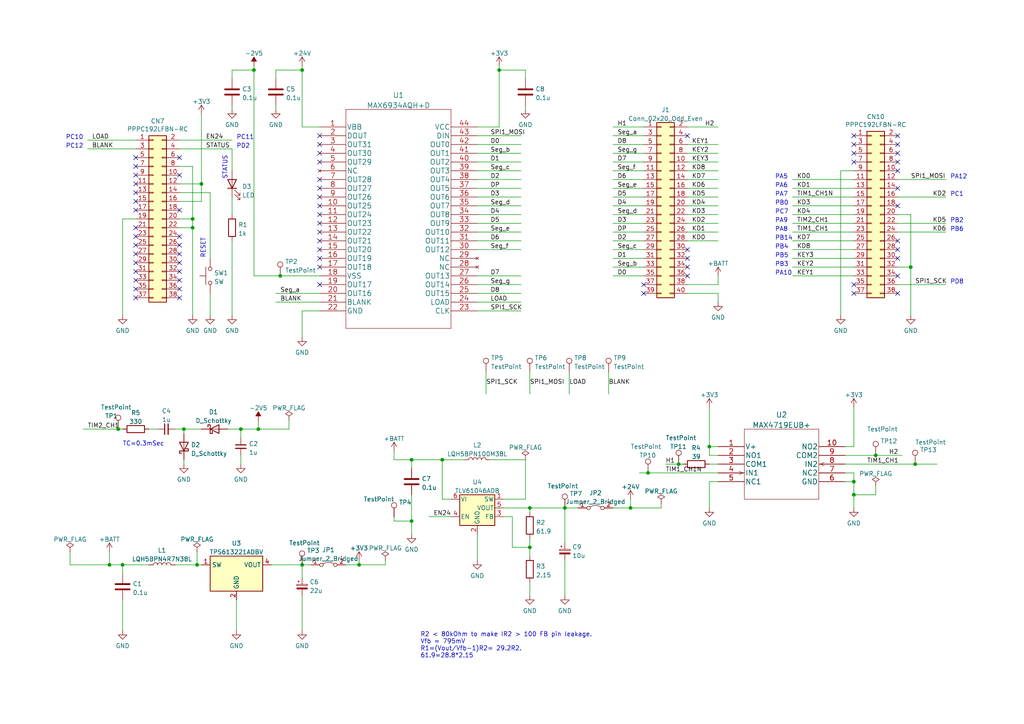
<source format=kicad_sch>
(kicad_sch (version 20211123) (generator eeschema)
  (paper "A4")
  (title_block (title "AKASHI-11") (date "2022-10-10") (rev "v1.0.0") (comment 1 "EL-210 mod prototype for Nulceo G0B1RE"))
  (junction (at 163.83 147.32))
  (junction (at 31.75 163.83))
  (junction (at 55.88 66.04))
  (junction (at 182.88 147.32))
  (junction (at 144.78 20.32))
  (junction (at 128.27 133.35))
  (junction (at 196.85 134.62))
  (junction (at 55.88 63.5))
  (junction (at 57.15 163.83))
  (junction (at 87.63 20.32))
  (junction (at 58.42 53.34))
  (junction (at 73.66 20.32))
  (junction (at 81.28 80.01))
  (junction (at 69.85 124.46))
  (junction (at 254 132.08))
  (junction (at 53.34 124.46))
  (junction (at 187.96 137.16))
  (junction (at 205.74 129.54))
  (junction (at 104.14 163.83))
  (junction (at 87.63 163.83))
  (junction (at 247.65 139.7))
  (junction (at 119.38 133.35))
  (junction (at 74.93 124.46))
  (junction (at 153.67 147.32))
  (junction (at 153.67 158.75))
  (junction (at 247.65 143.51))
  (junction (at 265.43 134.62))
  (junction (at 119.38 151.13))
  (junction (at 34.29 124.46))
  (junction (at 35.56 163.83))
  (junction (at 264.16 77.47))
  (no_connect (at 260.35 39.37))
  (no_connect (at 260.35 41.91))
  (no_connect (at 247.65 41.91))
  (no_connect (at 247.65 39.37))
  (no_connect (at 247.65 44.45))
  (no_connect (at 247.65 46.99))
  (no_connect (at 260.35 85.09))
  (no_connect (at 247.65 85.09))
  (no_connect (at 247.65 82.55))
  (no_connect (at 52.07 71.12))
  (no_connect (at 52.07 73.66))
  (no_connect (at 52.07 76.2))
  (no_connect (at 52.07 78.74))
  (no_connect (at 52.07 81.28))
  (no_connect (at 52.07 45.72))
  (no_connect (at 52.07 50.8))
  (no_connect (at 52.07 60.96))
  (no_connect (at 52.07 68.58))
  (no_connect (at 52.07 83.82))
  (no_connect (at 52.07 86.36))
  (no_connect (at 260.35 44.45))
  (no_connect (at 260.35 46.99))
  (no_connect (at 260.35 80.01))
  (no_connect (at 92.71 67.31))
  (no_connect (at 92.71 64.77))
  (no_connect (at 92.71 62.23))
  (no_connect (at 92.71 59.69))
  (no_connect (at 92.71 57.15))
  (no_connect (at 92.71 54.61))
  (no_connect (at 92.71 52.07))
  (no_connect (at 92.71 46.99))
  (no_connect (at 92.71 44.45))
  (no_connect (at 92.71 41.91))
  (no_connect (at 92.71 39.37))
  (no_connect (at 199.39 39.37))
  (no_connect (at 199.39 72.39))
  (no_connect (at 199.39 74.93))
  (no_connect (at 199.39 77.47))
  (no_connect (at 199.39 80.01))
  (no_connect (at 186.69 85.09))
  (no_connect (at 39.37 45.72))
  (no_connect (at 39.37 48.26))
  (no_connect (at 39.37 50.8))
  (no_connect (at 39.37 66.04))
  (no_connect (at 39.37 60.96))
  (no_connect (at 39.37 58.42))
  (no_connect (at 39.37 55.88))
  (no_connect (at 39.37 53.34))
  (no_connect (at 39.37 86.36))
  (no_connect (at 39.37 83.82))
  (no_connect (at 39.37 81.28))
  (no_connect (at 39.37 78.74))
  (no_connect (at 39.37 76.2))
  (no_connect (at 39.37 73.66))
  (no_connect (at 39.37 71.12))
  (no_connect (at 39.37 68.58))
  (no_connect (at 186.69 82.55))
  (no_connect (at 260.35 49.53))
  (no_connect (at 260.35 54.61))
  (no_connect (at 260.35 59.69))
  (no_connect (at 260.35 72.39))
  (no_connect (at 260.35 74.93))
  (no_connect (at 260.35 69.85))
  (no_connect (at 92.71 72.39))
  (no_connect (at 92.71 82.55))
  (no_connect (at 92.71 77.47))
  (no_connect (at 92.71 74.93))
  (no_connect (at 92.71 69.85))
  (wire (pts (xy 83.82 121.92) (xy 83.82 124.46)))
  (wire (pts (xy 260.35 77.47) (xy 264.16 77.47)))
  (wire (pts (xy 247.65 49.53) (xy 243.84 49.53)))
  (wire (pts (xy 74.93 124.46) (xy 69.85 124.46)))
  (wire (pts (xy 80.01 20.32) (xy 87.63 20.32)))
  (wire (pts (xy 92.71 36.83) (xy 87.63 36.83)))
  (wire (pts (xy 199.39 64.77) (xy 208.28 64.77)))
  (wire (pts (xy 52.07 43.18) (xy 67.31 43.18)))
  (wire (pts (xy 245.11 129.54) (xy 247.65 129.54)))
  (wire (pts (xy 78.74 163.83) (xy 87.63 163.83)))
  (wire (pts (xy 229.87 72.39) (xy 247.65 72.39)))
  (wire (pts (xy 55.88 91.44) (xy 55.88 66.04)))
  (wire (pts (xy 199.39 46.99) (xy 208.28 46.99)))
  (wire (pts (xy 177.8 64.77) (xy 186.69 64.77)))
  (wire (pts (xy 247.65 139.7) (xy 247.65 143.51)))
  (wire (pts (xy 146.05 149.86) (xy 148.59 149.86)))
  (wire (pts (xy 67.31 57.15) (xy 67.31 62.23)))
  (wire (pts (xy 243.84 49.53) (xy 243.84 91.44)))
  (wire (pts (xy 177.8 59.69) (xy 186.69 59.69)))
  (wire (pts (xy 153.67 148.59) (xy 153.67 147.32)))
  (wire (pts (xy 52.07 58.42) (xy 58.42 58.42)))
  (wire (pts (xy 229.87 80.01) (xy 247.65 80.01)))
  (wire (pts (xy 69.85 124.46) (xy 69.85 127)))
  (wire (pts (xy 50.8 124.46) (xy 53.34 124.46)))
  (wire (pts (xy 138.43 72.39) (xy 151.13 72.39)))
  (wire (pts (xy 138.43 64.77) (xy 151.13 64.77)))
  (wire (pts (xy 138.43 57.15) (xy 151.13 57.15)))
  (wire (pts (xy 247.65 137.16) (xy 247.65 139.7)))
  (wire (pts (xy 67.31 20.32) (xy 73.66 20.32)))
  (wire (pts (xy 153.67 156.21) (xy 153.67 158.75)))
  (wire (pts (xy 138.43 62.23) (xy 151.13 62.23)))
  (wire (pts (xy 104.14 162.56) (xy 104.14 163.83)))
  (wire (pts (xy 254 132.08) (xy 261.62 132.08)))
  (wire (pts (xy 187.96 137.16) (xy 208.28 137.16)))
  (wire (pts (xy 247.65 143.51) (xy 247.65 147.32)))
  (wire (pts (xy 119.38 133.35) (xy 119.38 135.89)))
  (wire (pts (xy 138.43 39.37) (xy 151.13 39.37)))
  (wire (pts (xy 67.31 43.18) (xy 67.31 49.53)))
  (wire (pts (xy 245.11 134.62) (xy 265.43 134.62)))
  (wire (pts (xy 52.07 63.5) (xy 55.88 63.5)))
  (wire (pts (xy 208.28 85.09) (xy 208.28 87.63)))
  (wire (pts (xy 260.35 52.07) (xy 274.32 52.07)))
  (wire (pts (xy 80.01 87.63) (xy 92.71 87.63)))
  (wire (pts (xy 81.28 80.01) (xy 92.71 80.01)))
  (wire (pts (xy 67.31 22.86) (xy 67.31 20.32)))
  (wire (pts (xy 196.85 134.62) (xy 198.12 134.62)))
  (wire (pts (xy 229.87 64.77) (xy 247.65 64.77)))
  (wire (pts (xy 153.67 147.32) (xy 146.05 147.32)))
  (wire (pts (xy 229.87 54.61) (xy 247.65 54.61)))
  (wire (pts (xy 138.43 49.53) (xy 151.13 49.53)))
  (wire (pts (xy 73.66 19.05) (xy 73.66 20.32)))
  (wire (pts (xy 177.8 72.39) (xy 186.69 72.39)))
  (wire (pts (xy 185.42 137.16) (xy 187.96 137.16)))
  (wire (pts (xy 87.63 163.83) (xy 87.63 167.64)))
  (wire (pts (xy 138.43 36.83) (xy 144.78 36.83)))
  (wire (pts (xy 138.43 80.01) (xy 151.13 80.01)))
  (wire (pts (xy 69.85 132.08) (xy 69.85 134.62)))
  (wire (pts (xy 138.43 44.45) (xy 151.13 44.45)))
  (wire (pts (xy 152.4 30.48) (xy 152.4 31.75)))
  (wire (pts (xy 199.39 59.69) (xy 208.28 59.69)))
  (wire (pts (xy 152.4 144.78) (xy 146.05 144.78)))
  (wire (pts (xy 68.58 173.99) (xy 68.58 182.88)))
  (wire (pts (xy 114.3 130.81) (xy 114.3 133.35)))
  (wire (pts (xy 74.93 121.92) (xy 74.93 124.46)))
  (wire (pts (xy 100.33 163.83) (xy 104.14 163.83)))
  (wire (pts (xy 87.63 172.72) (xy 87.63 182.88)))
  (wire (pts (xy 144.78 19.05) (xy 144.78 20.32)))
  (wire (pts (xy 177.8 54.61) (xy 186.69 54.61)))
  (wire (pts (xy 199.39 62.23) (xy 208.28 62.23)))
  (wire (pts (xy 229.87 77.47) (xy 247.65 77.47)))
  (wire (pts (xy 20.32 163.83) (xy 31.75 163.83)))
  (wire (pts (xy 73.66 20.32) (xy 73.66 80.01)))
  (wire (pts (xy 138.43 69.85) (xy 151.13 69.85)))
  (wire (pts (xy 177.8 62.23) (xy 186.69 62.23)))
  (wire (pts (xy 153.67 168.91) (xy 153.67 172.72)))
  (wire (pts (xy 138.43 67.31) (xy 151.13 67.31)))
  (wire (pts (xy 182.88 147.32) (xy 191.77 147.32)))
  (wire (pts (xy 245.11 132.08) (xy 254 132.08)))
  (wire (pts (xy 229.87 74.93) (xy 247.65 74.93)))
  (wire (pts (xy 130.81 144.78) (xy 128.27 144.78)))
  (wire (pts (xy 177.8 67.31) (xy 186.69 67.31)))
  (wire (pts (xy 35.56 173.99) (xy 35.56 182.88)))
  (wire (pts (xy 114.3 151.13) (xy 119.38 151.13)))
  (wire (pts (xy 52.07 48.26) (xy 55.88 48.26)))
  (wire (pts (xy 55.88 66.04) (xy 52.07 66.04)))
  (wire (pts (xy 199.39 85.09) (xy 208.28 85.09)))
  (wire (pts (xy 177.8 69.85) (xy 186.69 69.85)))
  (wire (pts (xy 177.8 57.15) (xy 186.69 57.15)))
  (wire (pts (xy 199.39 82.55) (xy 208.28 82.55)))
  (wire (pts (xy 60.96 55.88) (xy 60.96 74.93)))
  (wire (pts (xy 199.39 41.91) (xy 208.28 41.91)))
  (wire (pts (xy 163.83 147.32) (xy 167.64 147.32)))
  (wire (pts (xy 148.59 158.75) (xy 153.67 158.75)))
  (wire (pts (xy 177.8 49.53) (xy 186.69 49.53)))
  (wire (pts (xy 177.8 52.07) (xy 186.69 52.07)))
  (wire (pts (xy 264.16 77.47) (xy 264.16 91.44)))
  (wire (pts (xy 208.28 129.54) (xy 205.74 129.54)))
  (wire (pts (xy 138.43 87.63) (xy 151.13 87.63)))
  (wire (pts (xy 177.8 46.99) (xy 186.69 46.99)))
  (wire (pts (xy 163.83 162.56) (xy 163.83 172.72)))
  (wire (pts (xy 57.15 160.02) (xy 57.15 163.83)))
  (wire (pts (xy 260.35 67.31) (xy 274.32 67.31)))
  (wire (pts (xy 265.43 134.62) (xy 271.78 134.62)))
  (wire (pts (xy 205.74 139.7) (xy 205.74 147.32)))
  (wire (pts (xy 69.85 124.46) (xy 66.04 124.46)))
  (wire (pts (xy 254 143.51) (xy 247.65 143.51)))
  (wire (pts (xy 229.87 69.85) (xy 247.65 69.85)))
  (wire (pts (xy 177.8 44.45) (xy 186.69 44.45)))
  (wire (pts (xy 229.87 67.31) (xy 247.65 67.31)))
  (wire (pts (xy 50.8 163.83) (xy 57.15 163.83)))
  (wire (pts (xy 153.67 107.95) (xy 153.67 114.3)))
  (wire (pts (xy 177.8 147.32) (xy 182.88 147.32)))
  (wire (pts (xy 34.29 124.46) (xy 35.56 124.46)))
  (wire (pts (xy 67.31 30.48) (xy 67.31 31.75)))
  (wire (pts (xy 205.74 118.11) (xy 205.74 129.54)))
  (wire (pts (xy 148.59 149.86) (xy 148.59 158.75)))
  (wire (pts (xy 193.04 134.62) (xy 196.85 134.62)))
  (wire (pts (xy 153.67 158.75) (xy 153.67 161.29)))
  (wire (pts (xy 144.78 20.32) (xy 144.78 36.83)))
  (wire (pts (xy 119.38 143.51) (xy 119.38 151.13)))
  (wire (pts (xy 53.34 124.46) (xy 53.34 125.73)))
  (wire (pts (xy 208.28 80.01) (xy 208.28 82.55)))
  (wire (pts (xy 39.37 63.5) (xy 35.56 63.5)))
  (wire (pts (xy 80.01 22.86) (xy 80.01 20.32)))
  (wire (pts (xy 35.56 163.83) (xy 35.56 166.37)))
  (wire (pts (xy 58.42 53.34) (xy 58.42 58.42)))
  (wire (pts (xy 57.15 163.83) (xy 58.42 163.83)))
  (wire (pts (xy 124.46 149.86) (xy 130.81 149.86)))
  (wire (pts (xy 87.63 163.83) (xy 90.17 163.83)))
  (wire (pts (xy 176.53 107.95) (xy 176.53 114.3)))
  (wire (pts (xy 35.56 63.5) (xy 35.56 91.44)))
  (wire (pts (xy 177.8 41.91) (xy 186.69 41.91)))
  (wire (pts (xy 199.39 57.15) (xy 208.28 57.15)))
  (wire (pts (xy 260.35 57.15) (xy 274.32 57.15)))
  (wire (pts (xy 254 140.97) (xy 254 143.51)))
  (wire (pts (xy 67.31 69.85) (xy 67.31 91.44)))
  (wire (pts (xy 165.1 107.95) (xy 165.1 114.3)))
  (wire (pts (xy 140.97 107.95) (xy 140.97 114.3)))
  (wire (pts (xy 24.13 124.46) (xy 34.29 124.46)))
  (wire (pts (xy 199.39 49.53) (xy 208.28 49.53)))
  (wire (pts (xy 20.32 160.02) (xy 20.32 163.83)))
  (wire (pts (xy 138.43 82.55) (xy 151.13 82.55)))
  (wire (pts (xy 138.43 41.91) (xy 151.13 41.91)))
  (wire (pts (xy 199.39 52.07) (xy 208.28 52.07)))
  (wire (pts (xy 128.27 133.35) (xy 134.62 133.35)))
  (wire (pts (xy 52.07 55.88) (xy 60.96 55.88)))
  (wire (pts (xy 119.38 151.13) (xy 119.38 154.94)))
  (wire (pts (xy 205.74 132.08) (xy 205.74 129.54)))
  (wire (pts (xy 199.39 54.61) (xy 208.28 54.61)))
  (wire (pts (xy 152.4 20.32) (xy 144.78 20.32)))
  (wire (pts (xy 138.43 46.99) (xy 151.13 46.99)))
  (wire (pts (xy 55.88 48.26) (xy 55.88 63.5)))
  (wire (pts (xy 73.66 80.01) (xy 81.28 80.01)))
  (wire (pts (xy 80.01 85.09) (xy 92.71 85.09)))
  (wire (pts (xy 182.88 144.78) (xy 182.88 147.32)))
  (wire (pts (xy 53.34 124.46) (xy 58.42 124.46)))
  (wire (pts (xy 138.43 54.61) (xy 151.13 54.61)))
  (wire (pts (xy 163.83 147.32) (xy 163.83 157.48)))
  (wire (pts (xy 260.35 62.23) (xy 264.16 62.23)))
  (wire (pts (xy 177.8 36.83) (xy 186.69 36.83)))
  (wire (pts (xy 87.63 20.32) (xy 87.63 36.83)))
  (wire (pts (xy 138.43 90.17) (xy 151.13 90.17)))
  (wire (pts (xy 245.11 139.7) (xy 247.65 139.7)))
  (wire (pts (xy 25.4 43.18) (xy 39.37 43.18)))
  (wire (pts (xy 199.39 69.85) (xy 208.28 69.85)))
  (wire (pts (xy 104.14 163.83) (xy 111.76 163.83)))
  (wire (pts (xy 264.16 62.23) (xy 264.16 77.47)))
  (wire (pts (xy 142.24 133.35) (xy 152.4 133.35)))
  (wire (pts (xy 229.87 62.23) (xy 247.65 62.23)))
  (wire (pts (xy 83.82 124.46) (xy 74.93 124.46)))
  (wire (pts (xy 199.39 44.45) (xy 208.28 44.45)))
  (wire (pts (xy 229.87 52.07) (xy 247.65 52.07)))
  (wire (pts (xy 208.28 139.7) (xy 205.74 139.7)))
  (wire (pts (xy 52.07 40.64) (xy 67.31 40.64)))
  (wire (pts (xy 58.42 33.02) (xy 58.42 53.34)))
  (wire (pts (xy 177.8 77.47) (xy 186.69 77.47)))
  (wire (pts (xy 245.11 137.16) (xy 247.65 137.16)))
  (wire (pts (xy 111.76 162.56) (xy 111.76 163.83)))
  (wire (pts (xy 31.75 163.83) (xy 35.56 163.83)))
  (wire (pts (xy 199.39 36.83) (xy 208.28 36.83)))
  (wire (pts (xy 177.8 39.37) (xy 186.69 39.37)))
  (wire (pts (xy 53.34 133.35) (xy 53.34 134.62)))
  (wire (pts (xy 208.28 134.62) (xy 205.74 134.62)))
  (wire (pts (xy 229.87 59.69) (xy 247.65 59.69)))
  (wire (pts (xy 229.87 57.15) (xy 247.65 57.15)))
  (wire (pts (xy 114.3 133.35) (xy 119.38 133.35)))
  (wire (pts (xy 138.43 59.69) (xy 151.13 59.69)))
  (wire (pts (xy 87.63 19.05) (xy 87.63 20.32)))
  (wire (pts (xy 153.67 147.32) (xy 163.83 147.32)))
  (wire (pts (xy 177.8 80.01) (xy 186.69 80.01)))
  (wire (pts (xy 43.18 124.46) (xy 45.72 124.46)))
  (wire (pts (xy 25.4 40.64) (xy 39.37 40.64)))
  (wire (pts (xy 114.3 149.86) (xy 114.3 151.13)))
  (wire (pts (xy 35.56 163.83) (xy 43.18 163.83)))
  (wire (pts (xy 52.07 53.34) (xy 58.42 53.34)))
  (wire (pts (xy 208.28 132.08) (xy 205.74 132.08)))
  (wire (pts (xy 60.96 85.09) (xy 60.96 91.44)))
  (wire (pts (xy 191.77 146.05) (xy 191.77 147.32)))
  (wire (pts (xy 152.4 133.35) (xy 152.4 144.78)))
  (wire (pts (xy 31.75 160.02) (xy 31.75 163.83)))
  (wire (pts (xy 87.63 90.17) (xy 87.63 97.79)))
  (wire (pts (xy 247.65 118.11) (xy 247.65 129.54)))
  (wire (pts (xy 119.38 133.35) (xy 128.27 133.35)))
  (wire (pts (xy 138.43 85.09) (xy 151.13 85.09)))
  (wire (pts (xy 138.43 154.94) (xy 138.43 162.56)))
  (wire (pts (xy 55.88 63.5) (xy 55.88 66.04)))
  (wire (pts (xy 138.43 52.07) (xy 151.13 52.07)))
  (wire (pts (xy 199.39 67.31) (xy 208.28 67.31)))
  (wire (pts (xy 260.35 64.77) (xy 274.32 64.77)))
  (wire (pts (xy 152.4 22.86) (xy 152.4 20.32)))
  (wire (pts (xy 260.35 82.55) (xy 274.32 82.55)))
  (wire (pts (xy 92.71 90.17) (xy 87.63 90.17)))
  (wire (pts (xy 128.27 144.78) (xy 128.27 133.35)))
  (wire (pts (xy 80.01 30.48) (xy 80.01 31.75)))
  (wire (pts (xy 177.8 74.93) (xy 186.69 74.93)))
  (text "PB6" (at 275.59 67.31 0) (effects (font (size 1.27 1.27)) (justify left bottom)))
  (text "PD8" (at 275.59 82.55 0) (effects (font (size 1.27 1.27)) (justify left bottom)))
  (text "RESET" (at 59.69 74.93 90) (effects (font (size 1.27 1.27)) (justify left bottom)))
  (text "PA9" (at 224.79 64.77 0) (effects (font (size 1.27 1.27)) (justify left bottom)))
  (text "STATUS" (at 66.04 52.07 90) (effects (font (size 1.27 1.27)) (justify left bottom)))
  (text "TC=0.3mSec" (at 35.56 129.54 0) (effects (font (size 1.27 1.27)) (justify left bottom)))
  (text "PC1" (at 275.59 57.15 0) (effects (font (size 1.27 1.27)) (justify left bottom)))
  (text "PB2" (at 275.59 64.77 0) (effects (font (size 1.27 1.27)) (justify left bottom)))
  (text "R2 < 80kOhm to make IR2 > 100 FB pin leakage.\nVfb = 795mV\nR1=(Vout/Vfb-1)R2= 29.2R2.\n61.9=28.8*2.15\n\n" (at 121.92 193.04 0) (effects (font (size 1.27 1.27)) (justify left bottom)))
  (text "PC10" (at 19.05 40.64 0) (effects (font (size 1.27 1.27)) (justify left bottom)))
  (text "PA5" (at 224.79 52.07 0) (effects (font (size 1.27 1.27)) (justify left bottom)))
  (text "PB4" (at 224.79 72.39 0) (effects (font (size 1.27 1.27)) (justify left bottom)))
  (text "PB5" (at 224.79 74.93 0) (effects (font (size 1.27 1.27)) (justify left bottom)))
  (text "PB14" (at 224.79 69.85 0) (effects (font (size 1.27 1.27)) (justify left bottom)))
  (text "PA6" (at 224.79 54.61 0) (effects (font (size 1.27 1.27)) (justify left bottom)))
  (text "PB3" (at 224.79 77.47 0) (effects (font (size 1.27 1.27)) (justify left bottom)))
  (text "PC11" (at 68.58 40.64 0) (effects (font (size 1.27 1.27)) (justify left bottom)))
  (text "PC12" (at 19.05 43.18 0) (effects (font (size 1.27 1.27)) (justify left bottom)))
  (text "PB0" (at 224.79 59.69 0) (effects (font (size 1.27 1.27)) (justify left bottom)))
  (text "PD2" (at 68.58 43.18 0) (effects (font (size 1.27 1.27)) (justify left bottom)))
  (text "PA10" (at 224.79 80.01 0) (effects (font (size 1.27 1.27)) (justify left bottom)))
  (text "PA8" (at 224.79 67.31 0) (effects (font (size 1.27 1.27)) (justify left bottom)))
  (text "PC7" (at 224.79 62.23 0) (effects (font (size 1.27 1.27)) (justify left bottom)))
  (text "PA12" (at 275.59 52.07 0) (effects (font (size 1.27 1.27)) (justify left bottom)))
  (text "PA7" (at 224.79 57.15 0) (effects (font (size 1.27 1.27)) (justify left bottom)))
  (label "TIM1_CH1" (at 251.46 134.62 0))
  (label "DP" (at 142.24 54.61 0))
  (label "TIM2_CH1" (at 25.4 124.46 0))
  (label "D6" (at 179.07 52.07 0))
  (label "TIM1_CH1N" (at 231.14 57.15 0))
  (label "KD6" (at 200.66 54.61 0))
  (label "SPI1_MOSI" (at 153.67 111.76 0))
  (label "KD8" (at 200.66 49.53 0))
  (label "KD2" (at 270.51 57.15 0))
  (label "KEY1" (at 200.66 41.91 0))
  (label "Seg_d" (at 142.24 59.69 0))
  (label "Seg_b" (at 142.24 44.45 0))
  (label "Seg_b" (at 179.07 77.47 0))
  (label "Seg_e" (at 142.24 67.31 0))
  (label "H1" (at 179.07 36.83 0))
  (label "BLANK" (at 81.28 87.63 0))
  (label "H2" (at 257.81 132.08 0))
  (label "D3" (at 179.07 64.77 0))
  (label "KD5" (at 200.66 57.15 0))
  (label "KD1" (at 200.66 67.31 0))
  (label "KD3" (at 200.66 62.23 0))
  (label "STATUS" (at 59.69 43.18 0))
  (label "KEY2" (at 231.14 77.47 0))
  (label "D0" (at 179.07 80.01 0))
  (label "D8" (at 179.07 41.91 0))
  (label "KD3" (at 231.14 59.69 0))
  (label "D7" (at 142.24 80.01 0))
  (label "KD7" (at 231.14 69.85 0))
  (label "D1" (at 142.24 46.99 0))
  (label "D8" (at 142.24 85.09 0))
  (label "KEY3" (at 231.14 74.93 0))
  (label "SPI1_MOSI" (at 264.16 52.07 0))
  (label "Seg_g" (at 179.07 44.45 0))
  (label "D2" (at 142.24 52.07 0))
  (label "EN24" (at 125.73 149.86 0))
  (label "KD4" (at 200.66 59.69 0))
  (label "KEY1" (at 231.14 80.01 0))
  (label "H2" (at 204.47 36.83 0))
  (label "H1" (at 193.04 134.62 0))
  (label "KD0" (at 200.66 69.85 0))
  (label "D6" (at 142.24 69.85 0))
  (label "D7" (at 179.07 46.99 0))
  (label "TIM2_CH1" (at 231.14 64.77 0))
  (label "Seg_g" (at 142.24 82.55 0))
  (label "SPI1_MOSI" (at 142.24 39.37 0))
  (label "KEY3" (at 200.66 46.99 0))
  (label "Seg_f" (at 142.24 72.39 0))
  (label "SPI1_SCK" (at 265.43 82.55 0))
  (label "D4" (at 179.07 59.69 0))
  (label "KD1" (at 231.14 54.61 0))
  (label "Seg_d" (at 179.07 62.23 0))
  (label "KD5" (at 270.51 64.77 0))
  (label "SPI1_SCK" (at 142.24 90.17 0))
  (label "BLANK" (at 26.67 43.18 0))
  (label "KD0" (at 231.14 52.07 0))
  (label "TIM1_CH1N" (at 193.04 137.16 0))
  (label "EN24" (at 59.69 40.64 0))
  (label "Seg_f" (at 179.07 49.53 0))
  (label "TIM1_CH1" (at 231.14 67.31 0))
  (label "LOAD" (at 142.24 87.63 0))
  (label "KD2" (at 200.66 64.77 0))
  (label "KD6" (at 270.51 67.31 0))
  (label "Seg_a" (at 81.28 85.09 0))
  (label "SPI1_SCK" (at 140.97 111.76 0))
  (label "Seg_a" (at 179.07 39.37 0))
  (label "KD7" (at 200.66 52.07 0))
  (label "D2" (at 179.07 69.85 0))
  (label "D4" (at 142.24 62.23 0))
  (label "D5" (at 179.07 57.15 0))
  (label "D1" (at 179.07 74.93 0))
  (label "Seg_c" (at 142.24 49.53 0))
  (label "KEY2" (at 200.66 44.45 0))
  (label "Seg_e" (at 179.07 54.61 0))
  (label "DP" (at 179.07 67.31 0))
  (label "D0" (at 142.24 41.91 0))
  (label "Seg_c" (at 179.07 72.39 0))
  (label "BLANK" (at 176.53 111.76 0))
  (label "D5" (at 142.24 64.77 0))
  (label "D3" (at 142.24 57.15 0))
  (label "LOAD" (at 26.67 40.64 0))
  (label "LOAD" (at 165.1 111.76 0))
  (label "KD4" (at 231.14 62.23 0))
  (label "KD8" (at 231.14 72.39 0))
  (symbol (lib_id "Connector_Generic:Conn_02x19_Odd_Even") (at 44.45 63.5 0) (unit 1)
    (property "Reference" "CN7" (at 45.72 35.1282 0))
    (property "Value" "PPPC192LFBN-RC" (at 45.72 37.4396 0))
    (property "Footprint" "Connector_PinSocket_2.54mm:PinSocket_2x19_P2.54mm_Vertical" (effects hide))
  )
  (symbol (lib_id "Connector_Generic:Conn_02x19_Odd_Even") (at 252.73 62.23 0) (unit 1)
    (property "Reference" "CN10" (at 254 33.8582 0))
    (property "Value" "PPPC192LFBN-RC" (at 254 36.1696 0))
    (property "Footprint" "Connector_PinSocket_2.54mm:PinSocket_2x19_P2.54mm_Vertical" (effects hide))
  )
  (symbol (lib_id "Device:C") (at 119.38 139.7 0) (unit 1)
    (property "Reference" "C7" (at 122.301 138.8653 0) (effects (justify left)))
    (property "Value" "0.1u" (at 122.301 141.4022 0) (effects (justify left)))
    (property "Footprint" "Capacitor_SMD:C_0603_1608Metric_Pad1.08x0.95mm_HandSolder" (effects hide))
  )
  (symbol (lib_id "power:GND") (at 163.83 172.72 0) (unit 1)
    (property "Reference" "#PWR025" (effects hide))
    (property "Value" "GND" (at 163.83 177.1634 0))
  )
  (symbol (lib_id "Jumper:Jumper_2_Bridged") (at 95.25 163.83 0) (unit 1)
    (property "Reference" "JP1" (at 95.25 159.4952 0))
    (property "Value" "Jumper_2_Bridged" (at 95.25 162.0321 0))
    (property "Footprint" "Jumper:SolderJumper-2_P1.3mm_Bridged_RoundedPad1.0x1.5mm" (effects hide))
  )
  (symbol (lib_id "Device:R") (at 153.67 165.1 0) (unit 1)
    (property "Reference" "R3" (at 155.448 164.2653 0) (effects (justify left)))
    (property "Value" "2.15" (at 155.448 166.8022 0) (effects (justify left)))
    (property "Footprint" "Capacitor_SMD:C_0603_1608Metric_Pad1.08x0.95mm_HandSolder" (effects hide))
  )
  (symbol (lib_id "Connector:TestPoint") (at 114.3 149.86 0) (unit 1)
    (property "Reference" "TP4" (at 115.697 145.7233 0) (effects (justify left)))
    (property "Value" "TestPoint" (at 105.41 144.78 0) (effects (justify left)))
    (property "Footprint" "TestPoint:TestPoint_Loop_D1.80mm_Drill1.0mm_Beaded" (effects hide))
  )
  (symbol (lib_id "Device:C_Small") (at 48.26 124.46 90) (unit 1)
    (property "Reference" "C4" (at 48.2663 119.1981 90))
    (property "Value" "1u" (at 48.2663 121.735 90))
    (property "Footprint" "Capacitor_SMD:C_0603_1608Metric_Pad1.08x0.95mm_HandSolder" (effects hide))
  )
  (symbol (lib_id "Connector:TestPoint") (at 87.63 163.83 0) (unit 1)
    (property "Reference" "TP3" (at 89.027 159.6933 0) (effects (justify left)))
    (property "Value" "TestPoint" (at 83.82 157.48 0) (effects (justify left)))
    (property "Footprint" "TestPoint:TestPoint_Loop_D1.80mm_Drill1.0mm_Beaded" (effects hide))
  )
  (symbol (lib_id "Device:C_Small") (at 69.85 129.54 0) (unit 1)
    (property "Reference" "C2" (at 72.1741 128.7116 0) (effects (justify left)))
    (property "Value" "1u" (at 72.1741 131.2485 0) (effects (justify left)))
    (property "Footprint" "Capacitor_SMD:C_0603_1608Metric_Pad1.08x0.95mm_HandSolder" (effects hide))
  )
  (symbol (lib_id "power:+3.3V") (at 205.74 118.11 0) (unit 1)
    (property "Reference" "#PWR027" (effects hide))
    (property "Value" "+3.3V" (at 205.74 114.5342 0))
  )
  (symbol (lib_id "Device:C") (at 35.56 170.18 0) (unit 1)
    (property "Reference" "C1" (at 38.481 169.3453 0) (effects (justify left)))
    (property "Value" "0.1u" (at 38.481 171.8822 0) (effects (justify left)))
    (property "Footprint" "Capacitor_SMD:C_0603_1608Metric_Pad1.08x0.95mm_HandSolder" (effects hide))
  )
  (symbol (lib_id "power:GND") (at 153.67 172.72 0) (unit 1)
    (property "Reference" "#PWR024" (effects hide))
    (property "Value" "GND" (at 153.67 177.1634 0))
  )
  (symbol (lib_id "Device:D_Schottky") (at 53.34 129.54 90) (unit 1)
    (property "Reference" "D2" (at 55.372 129.0228 90) (effects (justify right)))
    (property "Value" "D_Schottky" (at 55.372 131.5597 90) (effects (justify right)))
    (property "Footprint" "Capacitor_SMD:C_0603_1608Metric_Pad1.08x0.95mm_HandSolder" (effects hide))
  )
  (symbol (lib_id "power:-2V5") (at 73.66 19.05 0) (unit 1)
    (property "Reference" "#PWR013" (effects hide))
    (property "Value" "-2V5" (at 73.66 15.4742 0))
  )
  (symbol (lib_id "power:+3.3V") (at 58.42 33.02 0) (unit 1)
    (property "Reference" "#PWR07" (effects hide))
    (property "Value" "+3.3V" (at 58.42 29.4442 0))
  )
  (symbol (lib_id "power:+24V") (at 182.88 144.78 0) (unit 1)
    (property "Reference" "#PWR026" (effects hide))
    (property "Value" "+24V" (at 182.88 141.2042 0))
  )
  (symbol (lib_id "Device:LED") (at 67.31 53.34 90) (unit 1)
    (property "Reference" "D3" (at 70.231 54.0928 90) (effects (justify right)))
    (property "Value" "LED" (at 70.231 56.6297 90) (effects (justify right)))
    (property "Footprint" "LED_THT:LED_D4.0mm" (effects hide))
  )
  (symbol (lib_id "power:GND") (at 138.43 162.56 0) (unit 1)
    (property "Reference" "#PWR021" (effects hide))
    (property "Value" "GND" (at 138.43 167.0034 0))
  )
  (symbol (lib_id "Connector:TestPoint") (at 34.29 124.46 0) (unit 1)
    (property "Reference" "TP1" (at 30.48 120.65 0) (effects (justify left)))
    (property "Value" "TestPoint" (at 29.21 118.11 0) (effects (justify left)))
    (property "Footprint" "TestPoint:TestPoint_Loop_D1.80mm_Drill1.0mm_Beaded" (effects hide))
  )
  (symbol (lib_id "Regulator_Switching:TPS613221ADBV") (at 68.58 166.37 0) (unit 1)
    (property "Reference" "U3" (at 68.58 157.5902 0))
    (property "Value" "TPS613221ADBV" (at 68.58 160.1271 0))
    (property "Footprint" "Package_TO_SOT_SMD:SOT-23-5" (effects hide))
    (property "Datasheet" "http://www.ti.com/lit/ds/symlink/tps61322.pdf" (effects hide))
  )
  (symbol (lib_id "power:+24V") (at 87.63 19.05 0) (unit 1)
    (property "Reference" "#PWR015" (effects hide))
    (property "Value" "+24V" (at 87.63 15.4742 0))
  )
  (symbol (lib_id "Device:D_Schottky") (at 62.23 124.46 0) (unit 1)
    (property "Reference" "D1" (at 61.9125 119.4902 0))
    (property "Value" "D_Schottky" (at 61.9125 122.0271 0))
    (property "Footprint" "Capacitor_SMD:C_0603_1608Metric_Pad1.08x0.95mm_HandSolder" (effects hide))
  )
  (symbol (lib_id "power:+BATT") (at 114.3 130.81 0) (unit 1)
    (property "Reference" "#PWR019" (effects hide))
    (property "Value" "+BATT" (at 114.3 127.2342 0))
  )
  (symbol (lib_id "Connector:TestPoint") (at 176.53 107.95 0) (unit 1)
    (property "Reference" "TP9" (at 177.927 103.8133 0) (effects (justify left)))
    (property "Value" "TestPoint" (at 177.927 106.3502 0) (effects (justify left)))
    (property "Footprint" "TestPoint:TestPoint_Loop_D1.80mm_Drill1.0mm_Beaded" (effects hide))
  )
  (symbol (lib_id "Connector:TestPoint") (at 196.85 134.62 0) (unit 1)
    (property "Reference" "TP11" (at 194.31 129.54 0) (effects (justify left)))
    (property "Value" "TestPoint" (at 193.04 127 0) (effects (justify left)))
    (property "Footprint" "TestPoint:TestPoint_Loop_D1.80mm_Drill1.0mm_Beaded" (effects hide))
  )
  (symbol (lib_id "Device:C") (at 67.31 26.67 0) (unit 1)
    (property "Reference" "C3" (at 70.231 25.8353 0) (effects (justify left)))
    (property "Value" "0.1u" (at 70.231 28.3722 0) (effects (justify left)))
    (property "Footprint" "Capacitor_SMD:C_0603_1608Metric_Pad1.08x0.95mm_HandSolder" (effects hide))
  )
  (symbol (lib_id "power:PWR_FLAG") (at 57.15 160.02 0) (unit 1)
    (property "Reference" "#FLG0103" (effects hide))
    (property "Value" "PWR_FLAG" (at 57.15 156.4442 0))
  )
  (symbol (lib_id "power:GND") (at 80.01 31.75 0) (unit 1)
    (property "Reference" "#PWR014" (effects hide))
    (property "Value" "GND" (at 80.01 36.1934 0))
  )
  (symbol (lib_id "power:GND") (at 68.58 182.88 0) (unit 1)
    (property "Reference" "#PWR012" (effects hide))
    (property "Value" "GND" (at 68.58 187.3234 0))
  )
  (symbol (lib_id "Connector:TestPoint") (at 163.83 147.32 0) (unit 1)
    (property "Reference" "TP7" (at 165.227 143.1833 0) (effects (justify left)))
    (property "Value" "TestPoint" (at 158.75 140.97 0) (effects (justify left)))
    (property "Footprint" "TestPoint:TestPoint_Loop_D1.80mm_Drill1.0mm_Beaded" (effects hide))
  )
  (symbol (lib_id "Jumper:Jumper_2_Bridged") (at 172.72 147.32 0) (unit 1)
    (property "Reference" "JP2" (at 172.72 142.9852 0))
    (property "Value" "Jumper_2_Bridged" (at 172.72 145.5221 0))
    (property "Footprint" "Jumper:SolderJumper-2_P1.3mm_Bridged_RoundedPad1.0x1.5mm" (effects hide))
  )
  (symbol (lib_id "Device:R") (at 153.67 152.4 0) (unit 1)
    (property "Reference" "R2" (at 155.448 151.5653 0) (effects (justify left)))
    (property "Value" "61.9" (at 155.448 154.1022 0) (effects (justify left)))
    (property "Footprint" "Capacitor_SMD:C_0603_1608Metric_Pad1.08x0.95mm_HandSolder" (effects hide))
  )
  (symbol (lib_id "Device:L") (at 138.43 133.35 90) (unit 1)
    (property "Reference" "L2" (at 138.43 129.1422 90))
    (property "Value" "LQH5BPN100M38L" (at 138.43 131.6791 90))
    (property "Footprint" "LOCAL_LIB:LQH5BPN100M38L" (effects hide))
  )
  (symbol (lib_id "Device:C_Polarized_Small") (at 87.63 170.18 0) (unit 1)
    (property "Reference" "C6" (at 89.789 168.7992 0) (effects (justify left)))
    (property "Value" "22u" (at 89.789 171.3361 0) (effects (justify left)))
    (property "Footprint" "Capacitor_THT:CP_Radial_D5.0mm_P2.50mm" (effects hide))
  )
  (symbol (lib_id "power:GND") (at 152.4 31.75 0) (unit 1)
    (property "Reference" "#PWR023" (effects hide))
    (property "Value" "GND" (at 152.4 36.1934 0))
  )
  (symbol (lib_id "Connector:TestPoint") (at 81.28 80.01 0) (unit 1)
    (property "Reference" "TP2" (at 82.677 75.8733 0) (effects (justify left)))
    (property "Value" "TestPoint" (at 82.677 78.4102 0) (effects (justify left)))
    (property "Footprint" "TestPoint:TestPoint_Loop_D1.80mm_Drill1.0mm_Beaded" (effects hide))
  )
  (symbol (lib_id "power:+3.3V") (at 247.65 118.11 0) (unit 1)
    (property "Reference" "#PWR032" (effects hide))
    (property "Value" "+3.3V" (at 247.65 114.5342 0))
  )
  (symbol (lib_id "power:PWR_FLAG") (at 83.82 121.92 0) (unit 1)
    (property "Reference" "#FLG0101" (effects hide))
    (property "Value" "PWR_FLAG" (at 83.82 118.3442 0))
  )
  (symbol (lib_id "power:GND") (at 35.56 182.88 0) (unit 1)
    (property "Reference" "#PWR03" (effects hide))
    (property "Value" "GND" (at 35.56 187.3234 0))
  )
  (symbol (lib_id "power:PWR_FLAG") (at 20.32 160.02 0) (unit 1)
    (property "Reference" "#FLG0102" (effects hide))
    (property "Value" "PWR_FLAG" (at 20.32 156.4442 0))
  )
  (symbol (lib_id "Connector:TestPoint") (at 153.67 107.95 0) (unit 1)
    (property "Reference" "TP6" (at 155.067 103.8133 0) (effects (justify left)))
    (property "Value" "TestPoint" (at 155.067 106.3502 0) (effects (justify left)))
    (property "Footprint" "TestPoint:TestPoint_Loop_D1.80mm_Drill1.0mm_Beaded" (effects hide))
  )
  (symbol (lib_id "power:GND") (at 67.31 91.44 0) (unit 1)
    (property "Reference" "#PWR011" (effects hide))
    (property "Value" "GND" (at 67.31 95.8834 0))
  )
  (symbol (lib_id "power:GND") (at 87.63 182.88 0) (unit 1)
    (property "Reference" "#PWR017" (effects hide))
    (property "Value" "GND" (at 87.63 187.3234 0))
  )
  (symbol (lib_id "power:GND") (at 247.65 147.32 0) (unit 1)
    (property "Reference" "#PWR033" (effects hide))
    (property "Value" "GND" (at 247.65 151.7634 0))
  )
  (symbol (lib_id "power:+3.3V") (at 144.78 19.05 0) (unit 1)
    (property "Reference" "#PWR022" (effects hide))
    (property "Value" "+3.3V" (at 144.78 15.4742 0))
  )
  (symbol (lib_id "power:PWR_FLAG") (at 152.4 133.35 0) (unit 1)
    (property "Reference" "#FLG0105" (effects hide))
    (property "Value" "PWR_FLAG" (at 152.4 129.7742 0))
  )
  (symbol (lib_id "power:GND") (at 205.74 147.32 0) (unit 1)
    (property "Reference" "#PWR028" (effects hide))
    (property "Value" "GND" (at 205.74 151.7634 0))
  )
  (symbol (lib_id "Connector_Generic:Conn_02x20_Odd_Even") (at 191.77 59.69 0) (unit 1)
    (property "Reference" "J1" (at 193.04 31.8602 0))
    (property "Value" "Conn_02x20_Odd_Even" (at 193.04 34.3971 0))
    (property "Footprint" "Connector_PinHeader_2.54mm:PinHeader_2x20_P2.54mm_Vertical" (effects hide))
  )
  (symbol (lib_id "Regulator_Switching:TLV61046ADB") (at 138.43 149.86 0) (unit 1)
    (property "Reference" "U4" (at 138.43 139.8102 0))
    (property "Value" "TLV61046ADB" (at 138.43 142.3471 0))
    (property "Footprint" "Package_TO_SOT_SMD:SOT-23-6" (effects hide))
    (property "Datasheet" "http://www.ti.com/lit/ds/symlink/tlv61046a.pdf" (effects hide))
  )
  (symbol (lib_id "Switch:SW_MEC_5G") (at 60.96 80.01 90) (unit 1)
    (property "Reference" "SW1" (at 62.103 79.1753 90) (effects (justify right)))
    (property "Value" "SW" (at 62.103 81.7122 90) (effects (justify right)))
    (property "Footprint" "Button_Switch_THT:SW_TH_Tactile_Omron_B3F-10xx" (effects hide))
    (property "Datasheet" "http://www.apem.com/int/index.php?controller=attachment&id_attachment=488" (effects hide))
  )
  (symbol (lib_id "power:PWR_FLAG") (at 111.76 162.56 0) (unit 1)
    (property "Reference" "#FLG0107" (effects hide))
    (property "Value" "PWR_FLAG" (at 111.76 158.9842 0))
  )
  (symbol (lib_id "Device:C") (at 152.4 26.67 0) (unit 1)
    (property "Reference" "C8" (at 155.321 25.8353 0) (effects (justify left)))
    (property "Value" "0.1u" (at 155.321 28.3722 0) (effects (justify left)))
    (property "Footprint" "Capacitor_SMD:C_0603_1608Metric_Pad1.08x0.95mm_HandSolder" (effects hide))
  )
  (symbol (lib_id "power:GND") (at 69.85 134.62 0) (unit 1)
    (property "Reference" "#PWR05" (effects hide))
    (property "Value" "GND" (at 69.85 139.0634 0))
  )
  (symbol (lib_id "Device:C") (at 80.01 26.67 0) (unit 1)
    (property "Reference" "C5" (at 82.931 25.8353 0) (effects (justify left)))
    (property "Value" "0.1u" (at 82.931 28.3722 0) (effects (justify left)))
    (property "Footprint" "Capacitor_SMD:C_0603_1608Metric_Pad1.08x0.95mm_HandSolder" (effects hide))
  )
  (symbol (lib_id "Connector:TestPoint") (at 265.43 134.62 0) (unit 1)
    (property "Reference" "TP13" (at 266.827 130.4833 0) (effects (justify left)))
    (property "Value" "TestPoint" (at 265.43 128.27 0) (effects (justify left)))
    (property "Footprint" "TestPoint:TestPoint_Loop_D1.80mm_Drill1.0mm_Beaded" (effects hide))
  )
  (symbol (lib_id "Device:R") (at 201.93 134.62 90) (unit 1)
    (property "Reference" "R4" (at 201.93 129.9042 90))
    (property "Value" "39" (at 201.93 132.4411 90))
    (property "Footprint" "Capacitor_SMD:C_0603_1608Metric_Pad1.08x0.95mm_HandSolder" (effects hide))
  )
  (symbol (lib_id "power:GND") (at 208.28 87.63 0) (unit 1)
    (property "Reference" "#PWR030" (effects hide))
    (property "Value" "GND" (at 208.28 92.0734 0))
  )
  (symbol (lib_id "power:PWR_FLAG") (at 191.77 146.05 0) (unit 1)
    (property "Reference" "#FLG0106" (effects hide))
    (property "Value" "PWR_FLAG" (at 191.77 142.4742 0))
  )
  (symbol (lib_id "power:-2V5") (at 74.93 121.92 0) (unit 1)
    (property "Reference" "#PWR04" (effects hide))
    (property "Value" "-2V5" (at 74.93 118.3442 0))
  )
  (symbol (lib_id "Connector:TestPoint") (at 165.1 107.95 0) (unit 1)
    (property "Reference" "TP8" (at 166.497 103.8133 0) (effects (justify left)))
    (property "Value" "TestPoint" (at 166.497 106.3502 0) (effects (justify left)))
    (property "Footprint" "TestPoint:TestPoint_Loop_D1.80mm_Drill1.0mm_Beaded" (effects hide))
  )
  (symbol (lib_id "power:GND") (at 60.96 91.44 0) (unit 1)
    (property "Reference" "#PWR08" (effects hide))
    (property "Value" "GND" (at 60.96 95.8834 0))
  )
  (symbol (lib_id "MA6934AQH:MAX6934AQH+D") (at 92.71 36.83 0) (unit 1)
    (property "Reference" "U1" (at 115.57 27.6024 0) (effects (font (size 1.524 1.524))))
    (property "Value" "MAX6934AQH+D" (at 115.57 30.5958 0) (effects (font (size 1.524 1.524))))
    (property "Footprint" "Package_LCC:PLCC-44_THT-Socket" (effects hide))
  )
  (symbol (lib_id "power:+BATT") (at 31.75 160.02 0) (unit 1)
    (property "Reference" "#PWR01" (effects hide))
    (property "Value" "+BATT" (at 31.75 156.4442 0))
  )
  (symbol (lib_id "Connector:TestPoint") (at 187.96 137.16 0) (unit 1)
    (property "Reference" "TP10" (at 185.42 132.08 0) (effects (justify left)))
    (property "Value" "TestPoint" (at 182.88 129.54 0) (effects (justify left)))
    (property "Footprint" "TestPoint:TestPoint_Loop_D1.80mm_Drill1.0mm_Beaded" (effects hide))
  )
  (symbol (lib_id "power:GND") (at 55.88 91.44 0) (unit 1)
    (property "Reference" "#PWR06" (effects hide))
    (property "Value" "GND" (at 55.88 95.8834 0))
  )
  (symbol (lib_id "power:GND") (at 119.38 154.94 0) (unit 1)
    (property "Reference" "#PWR020" (effects hide))
    (property "Value" "GND" (at 119.38 159.3834 0))
  )
  (symbol (lib_id "Device:C_Polarized_Small") (at 163.83 160.02 0) (unit 1)
    (property "Reference" "C9" (at 165.989 158.6392 0) (effects (justify left)))
    (property "Value" "10u" (at 165.989 161.1761 0) (effects (justify left)))
    (property "Footprint" "Capacitor_THT:CP_Radial_D5.0mm_P2.50mm" (effects hide))
  )
  (symbol (lib_id "power:GND") (at 264.16 91.44 0) (unit 1)
    (property "Reference" "#PWR034" (effects hide))
    (property "Value" "GND" (at 264.16 95.8834 0))
  )
  (symbol (lib_id "Connector:TestPoint") (at 140.97 107.95 0) (unit 1)
    (property "Reference" "TP5" (at 142.367 103.8133 0) (effects (justify left)))
    (property "Value" "TestPoint" (at 142.367 106.3502 0) (effects (justify left)))
    (property "Footprint" "TestPoint:TestPoint_Loop_D1.80mm_Drill1.0mm_Beaded" (effects hide))
  )
  (symbol (lib_id "power:GND") (at 87.63 97.79 0) (unit 1)
    (property "Reference" "#PWR016" (effects hide))
    (property "Value" "GND" (at 87.63 102.2334 0))
  )
  (symbol (lib_id "power:GND") (at 67.31 31.75 0) (unit 1)
    (property "Reference" "#PWR010" (effects hide))
    (property "Value" "GND" (at 67.31 36.1934 0))
  )
  (symbol (lib_id "MAX4719EUB:MAX4719EUB+") (at 196.85 129.54 0) (unit 1)
    (property "Reference" "U2" (at 226.695 120.3124 0) (effects (font (size 1.524 1.524))))
    (property "Value" "MAX4719EUB+" (at 226.695 123.3058 0) (effects (font (size 1.524 1.524))))
    (property "Footprint" "LOCAL_LIB:MAX4719EUB" (effects hide))
  )
  (symbol (lib_id "Device:R") (at 39.37 124.46 270) (unit 1)
    (property "Reference" "R5" (at 39.37 119.7442 90))
    (property "Value" "330" (at 39.37 122.2811 90))
    (property "Footprint" "Capacitor_SMD:C_0603_1608Metric_Pad1.08x0.95mm_HandSolder" (effects hide))
  )
  (symbol (lib_id "power:PWR_FLAG") (at 254 140.97 0) (unit 1)
    (property "Reference" "#FLG0104" (effects hide))
    (property "Value" "PWR_FLAG" (at 254 137.3942 0))
  )
  (symbol (lib_id "power:+BATT") (at 208.28 80.01 0) (unit 1)
    (property "Reference" "#PWR029" (effects hide))
    (property "Value" "+BATT" (at 208.28 76.4342 0))
  )
  (symbol (lib_id "power:GND") (at 243.84 91.44 0) (unit 1)
    (property "Reference" "#PWR031" (effects hide))
    (property "Value" "GND" (at 243.84 95.8834 0))
  )
  (symbol (lib_id "Connector:TestPoint") (at 254 132.08 0) (unit 1)
    (property "Reference" "TP12" (at 255.397 127.9433 0) (effects (justify left)))
    (property "Value" "TestPoint" (at 251.46 124.46 0) (effects (justify left)))
    (property "Footprint" "TestPoint:TestPoint_Loop_D1.80mm_Drill1.0mm_Beaded" (effects hide))
  )
  (symbol (lib_id "Device:L") (at 46.99 163.83 90) (unit 1)
    (property "Reference" "L1" (at 46.99 159.6222 90))
    (property "Value" "LQH5BPN4R7N38L" (at 46.99 162.1591 90))
    (property "Footprint" "LOCAL_LIB:LQH5BPN100M38L" (effects hide))
  )
  (symbol (lib_id "power:GND") (at 53.34 134.62 0) (unit 1)
    (property "Reference" "#PWR09" (effects hide))
    (property "Value" "GND" (at 53.34 139.0634 0))
  )
  (symbol (lib_id "power:+3.3V") (at 104.14 162.56 0) (unit 1)
    (property "Reference" "#PWR018" (effects hide))
    (property "Value" "+3.3V" (at 104.14 158.9842 0))
  )
  (symbol (lib_id "Device:R") (at 67.31 66.04 0) (unit 1)
    (property "Reference" "R1" (at 69.088 65.2053 0) (effects (justify left)))
    (property "Value" "1k" (at 69.088 67.7422 0) (effects (justify left)))
    (property "Footprint" "Capacitor_SMD:C_0603_1608Metric_Pad1.08x0.95mm_HandSolder" (effects hide))
  )
  (symbol (lib_id "power:GND") (at 35.56 91.44 0) (unit 1)
    (property "Reference" "#PWR02" (effects hide))
    (property "Value" "GND" (at 35.56 95.8834 0))
  )
)
</source>
